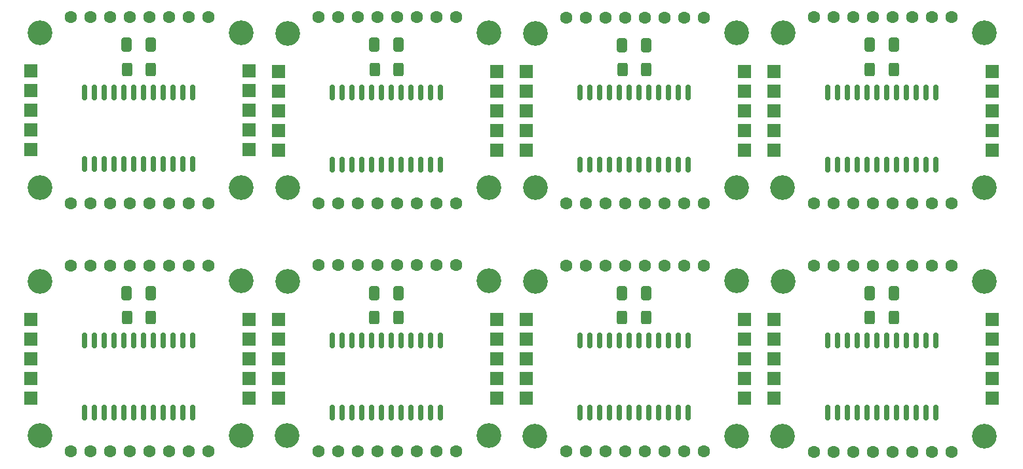
<source format=gbr>
%TF.GenerationSoftware,KiCad,Pcbnew,8.0.6*%
%TF.CreationDate,2024-11-17T13:24:28+02:00*%
%TF.ProjectId,1088as,31303838-6173-42e6-9b69-6361645f7063,rev?*%
%TF.SameCoordinates,PX4b9ebbdPY7add530*%
%TF.FileFunction,Soldermask,Top*%
%TF.FilePolarity,Negative*%
%FSLAX46Y46*%
G04 Gerber Fmt 4.6, Leading zero omitted, Abs format (unit mm)*
G04 Created by KiCad (PCBNEW 8.0.6) date 2024-11-17 13:24:28*
%MOMM*%
%LPD*%
G01*
G04 APERTURE LIST*
G04 Aperture macros list*
%AMRoundRect*
0 Rectangle with rounded corners*
0 $1 Rounding radius*
0 $2 $3 $4 $5 $6 $7 $8 $9 X,Y pos of 4 corners*
0 Add a 4 corners polygon primitive as box body*
4,1,4,$2,$3,$4,$5,$6,$7,$8,$9,$2,$3,0*
0 Add four circle primitives for the rounded corners*
1,1,$1+$1,$2,$3*
1,1,$1+$1,$4,$5*
1,1,$1+$1,$6,$7*
1,1,$1+$1,$8,$9*
0 Add four rect primitives between the rounded corners*
20,1,$1+$1,$2,$3,$4,$5,0*
20,1,$1+$1,$4,$5,$6,$7,0*
20,1,$1+$1,$6,$7,$8,$9,0*
20,1,$1+$1,$8,$9,$2,$3,0*%
G04 Aperture macros list end*
%ADD10RoundRect,0.250000X-0.400000X-0.625000X0.400000X-0.625000X0.400000X0.625000X-0.400000X0.625000X0*%
%ADD11C,1.600000*%
%ADD12C,3.200000*%
%ADD13RoundRect,0.250000X-0.412500X-0.650000X0.412500X-0.650000X0.412500X0.650000X-0.412500X0.650000X0*%
%ADD14RoundRect,0.150000X0.150000X-0.875000X0.150000X0.875000X-0.150000X0.875000X-0.150000X-0.875000X0*%
%ADD15R,1.700000X1.700000*%
G04 APERTURE END LIST*
D10*
%TO.C,R3*%
X46368639Y21423894D03*
X49468639Y21423894D03*
%TD*%
D11*
%TO.C,U9*%
X103123639Y36157403D03*
X105663639Y36157403D03*
X108203639Y36157403D03*
X110743639Y36157403D03*
X113283639Y36157403D03*
X115823639Y36157403D03*
X118363639Y36157403D03*
X120903639Y36157403D03*
X120903639Y60157403D03*
X118363639Y60157403D03*
X115823639Y60157403D03*
X113283639Y60157403D03*
X110743639Y60157403D03*
X108203639Y60157403D03*
X105663639Y60157403D03*
X103123639Y60157403D03*
%TD*%
D12*
%TO.C,H29*%
X3168939Y58123503D03*
%TD*%
%TO.C,H24*%
X67135939Y38150800D03*
%TD*%
%TO.C,H16*%
X3120989Y6150153D03*
%TD*%
D10*
%TO.C,R5*%
X110381639Y53440094D03*
X113481639Y53440094D03*
%TD*%
D12*
%TO.C,H32*%
X3127939Y38179553D03*
%TD*%
%TO.C,H7*%
X93117353Y6117191D03*
%TD*%
D13*
%TO.C,C3*%
X46335373Y24583284D03*
X49460373Y24583284D03*
%TD*%
D14*
%TO.C,U2*%
X104948166Y9113319D03*
X106218166Y9113319D03*
X107488166Y9113319D03*
X108758166Y9113319D03*
X110028166Y9113319D03*
X111298166Y9113319D03*
X112568166Y9113319D03*
X113838166Y9113319D03*
X115108166Y9113319D03*
X116378166Y9113319D03*
X117648166Y9113319D03*
X118918166Y9113319D03*
X118918166Y18413319D03*
X117648166Y18413319D03*
X116378166Y18413319D03*
X115108166Y18413319D03*
X113838166Y18413319D03*
X112568166Y18413319D03*
X111298166Y18413319D03*
X110028166Y18413319D03*
X108758166Y18413319D03*
X107488166Y18413319D03*
X106218166Y18413319D03*
X104948166Y18413319D03*
%TD*%
D11*
%TO.C,U5*%
X39110639Y4141203D03*
X41650639Y4141203D03*
X44190639Y4141203D03*
X46730639Y4141203D03*
X49270639Y4141203D03*
X51810639Y4141203D03*
X54350639Y4141203D03*
X56890639Y4141203D03*
X56890639Y28141203D03*
X54350639Y28141203D03*
X51810639Y28141203D03*
X49270639Y28141203D03*
X46730639Y28141203D03*
X44190639Y28141203D03*
X41650639Y28141203D03*
X39110639Y28141203D03*
%TD*%
D12*
%TO.C,H2*%
X125125166Y26107369D03*
%TD*%
D10*
%TO.C,R1*%
X110383166Y21377010D03*
X113483166Y21377010D03*
%TD*%
D12*
%TO.C,H14*%
X29120989Y26150153D03*
%TD*%
D14*
%TO.C,U14*%
X40954939Y41166078D03*
X42224939Y41166078D03*
X43494939Y41166078D03*
X44764939Y41166078D03*
X46034939Y41166078D03*
X47304939Y41166078D03*
X48574939Y41166078D03*
X49844939Y41166078D03*
X51114939Y41166078D03*
X52384939Y41166078D03*
X53654939Y41166078D03*
X54924939Y41166078D03*
X54924939Y50466078D03*
X53654939Y50466078D03*
X52384939Y50466078D03*
X51114939Y50466078D03*
X49844939Y50466078D03*
X48574939Y50466078D03*
X47304939Y50466078D03*
X46034939Y50466078D03*
X44764939Y50466078D03*
X43494939Y50466078D03*
X42224939Y50466078D03*
X40954939Y50466078D03*
%TD*%
D12*
%TO.C,H18*%
X125123639Y58170453D03*
%TD*%
D14*
%TO.C,U10*%
X104946639Y41176403D03*
X106216639Y41176403D03*
X107486639Y41176403D03*
X108756639Y41176403D03*
X110026639Y41176403D03*
X111296639Y41176403D03*
X112566639Y41176403D03*
X113836639Y41176403D03*
X115106639Y41176403D03*
X116376639Y41176403D03*
X117646639Y41176403D03*
X118916639Y41176403D03*
X118916639Y50476403D03*
X117646639Y50476403D03*
X116376639Y50476403D03*
X115106639Y50476403D03*
X113836639Y50476403D03*
X112566639Y50476403D03*
X111296639Y50476403D03*
X110026639Y50476403D03*
X108756639Y50476403D03*
X107486639Y50476403D03*
X106216639Y50476403D03*
X104946639Y50476403D03*
%TD*%
%TO.C,U12*%
X72958939Y41156750D03*
X74228939Y41156750D03*
X75498939Y41156750D03*
X76768939Y41156750D03*
X78038939Y41156750D03*
X79308939Y41156750D03*
X80578939Y41156750D03*
X81848939Y41156750D03*
X83118939Y41156750D03*
X84388939Y41156750D03*
X85658939Y41156750D03*
X86928939Y41156750D03*
X86928939Y50456750D03*
X85658939Y50456750D03*
X84388939Y50456750D03*
X83118939Y50456750D03*
X81848939Y50456750D03*
X80578939Y50456750D03*
X79308939Y50456750D03*
X78038939Y50456750D03*
X76768939Y50456750D03*
X75498939Y50456750D03*
X74228939Y50456750D03*
X72958939Y50456750D03*
%TD*%
D13*
%TO.C,C6*%
X78360673Y56579831D03*
X81485673Y56579831D03*
%TD*%
D12*
%TO.C,H19*%
X125123639Y38170454D03*
%TD*%
D13*
%TO.C,C5*%
X110348373Y56599484D03*
X113473373Y56599484D03*
%TD*%
D14*
%TO.C,U16*%
X8950939Y41185503D03*
X10220939Y41185503D03*
X11490939Y41185503D03*
X12760939Y41185503D03*
X14030939Y41185503D03*
X15300939Y41185503D03*
X16570939Y41185503D03*
X17840939Y41185503D03*
X19110939Y41185503D03*
X20380939Y41185503D03*
X21650939Y41185503D03*
X22920939Y41185503D03*
X22920939Y50485503D03*
X21650939Y50485503D03*
X20380939Y50485503D03*
X19110939Y50485503D03*
X17840939Y50485503D03*
X16570939Y50485503D03*
X15300939Y50485503D03*
X14030939Y50485503D03*
X12760939Y50485503D03*
X11490939Y50485503D03*
X10220939Y50485503D03*
X8950939Y50485503D03*
%TD*%
D10*
%TO.C,R6*%
X78393939Y53420441D03*
X81493939Y53420441D03*
%TD*%
D12*
%TO.C,H30*%
X29127939Y58179553D03*
%TD*%
%TO.C,H15*%
X29120989Y6150154D03*
%TD*%
%TO.C,H12*%
X35110639Y6154253D03*
%TD*%
D10*
%TO.C,R2*%
X78375353Y21386831D03*
X81475353Y21386831D03*
%TD*%
D12*
%TO.C,H13*%
X3161989Y26094103D03*
%TD*%
%TO.C,H27*%
X61131939Y38160129D03*
%TD*%
D10*
%TO.C,R8*%
X14385939Y53449194D03*
X17485939Y53449194D03*
%TD*%
D11*
%TO.C,U7*%
X7120989Y4137103D03*
X9660989Y4137103D03*
X12200989Y4137103D03*
X14740989Y4137103D03*
X17280989Y4137103D03*
X19820989Y4137103D03*
X22360989Y4137103D03*
X24900989Y4137103D03*
X24900989Y28137103D03*
X22360989Y28137103D03*
X19820989Y28137103D03*
X17280989Y28137103D03*
X14740989Y28137103D03*
X12200989Y28137103D03*
X9660989Y28137103D03*
X7120989Y28137103D03*
%TD*%
D13*
%TO.C,C8*%
X14352673Y56608584D03*
X17477673Y56608584D03*
%TD*%
D10*
%TO.C,R7*%
X46389939Y53429769D03*
X49489939Y53429769D03*
%TD*%
D11*
%TO.C,U15*%
X7127939Y36166503D03*
X9667939Y36166503D03*
X12207939Y36166503D03*
X14747939Y36166503D03*
X17287939Y36166503D03*
X19827939Y36166503D03*
X22367939Y36166503D03*
X24907939Y36166503D03*
X24907939Y60166503D03*
X22367939Y60166503D03*
X19827939Y60166503D03*
X17287939Y60166503D03*
X14747939Y60166503D03*
X12207939Y60166503D03*
X9667939Y60166503D03*
X7127939Y60166503D03*
%TD*%
D12*
%TO.C,H1*%
X99166166Y26051319D03*
%TD*%
D11*
%TO.C,U3*%
X71117353Y4104140D03*
X73657353Y4104140D03*
X76197353Y4104140D03*
X78737353Y4104140D03*
X81277353Y4104140D03*
X83817353Y4104140D03*
X86357353Y4104140D03*
X88897353Y4104140D03*
X88897353Y28104140D03*
X86357353Y28104140D03*
X83817353Y28104140D03*
X81277353Y28104140D03*
X78737353Y28104140D03*
X76197353Y28104140D03*
X73657353Y28104140D03*
X71117353Y28104140D03*
%TD*%
D12*
%TO.C,H31*%
X29127939Y38179554D03*
%TD*%
%TO.C,H20*%
X99123639Y38170453D03*
%TD*%
%TO.C,H28*%
X35131939Y38160128D03*
%TD*%
D14*
%TO.C,U6*%
X40933639Y9160203D03*
X42203639Y9160203D03*
X43473639Y9160203D03*
X44743639Y9160203D03*
X46013639Y9160203D03*
X47283639Y9160203D03*
X48553639Y9160203D03*
X49823639Y9160203D03*
X51093639Y9160203D03*
X52363639Y9160203D03*
X53633639Y9160203D03*
X54903639Y9160203D03*
X54903639Y18460203D03*
X53633639Y18460203D03*
X52363639Y18460203D03*
X51093639Y18460203D03*
X49823639Y18460203D03*
X48553639Y18460203D03*
X47283639Y18460203D03*
X46013639Y18460203D03*
X44743639Y18460203D03*
X43473639Y18460203D03*
X42203639Y18460203D03*
X40933639Y18460203D03*
%TD*%
D12*
%TO.C,H25*%
X35172939Y58104078D03*
%TD*%
D13*
%TO.C,C1*%
X110349900Y24536400D03*
X113474900Y24536400D03*
%TD*%
D14*
%TO.C,U4*%
X72940353Y9123140D03*
X74210353Y9123140D03*
X75480353Y9123140D03*
X76750353Y9123140D03*
X78020353Y9123140D03*
X79290353Y9123140D03*
X80560353Y9123140D03*
X81830353Y9123140D03*
X83100353Y9123140D03*
X84370353Y9123140D03*
X85640353Y9123140D03*
X86910353Y9123140D03*
X86910353Y18423140D03*
X85640353Y18423140D03*
X84370353Y18423140D03*
X83100353Y18423140D03*
X81830353Y18423140D03*
X80560353Y18423140D03*
X79290353Y18423140D03*
X78020353Y18423140D03*
X76750353Y18423140D03*
X75480353Y18423140D03*
X74210353Y18423140D03*
X72940353Y18423140D03*
%TD*%
D13*
%TO.C,C7*%
X46356673Y56589159D03*
X49481673Y56589159D03*
%TD*%
D12*
%TO.C,H3*%
X125125166Y6107369D03*
%TD*%
%TO.C,H8*%
X67117353Y6117190D03*
%TD*%
%TO.C,H5*%
X67158353Y26061140D03*
%TD*%
D11*
%TO.C,U1*%
X103125166Y4094319D03*
X105665166Y4094319D03*
X108205166Y4094319D03*
X110745166Y4094319D03*
X113285166Y4094319D03*
X115825166Y4094319D03*
X118365166Y4094319D03*
X120905166Y4094319D03*
X120905166Y28094319D03*
X118365166Y28094319D03*
X115825166Y28094319D03*
X113285166Y28094319D03*
X110745166Y28094319D03*
X108205166Y28094319D03*
X105665166Y28094319D03*
X103125166Y28094319D03*
%TD*%
D12*
%TO.C,H9*%
X35151639Y26098203D03*
%TD*%
%TO.C,H10*%
X61110639Y26154253D03*
%TD*%
%TO.C,H22*%
X93135939Y58150800D03*
%TD*%
%TO.C,H26*%
X61131939Y58160128D03*
%TD*%
%TO.C,H17*%
X99164639Y58114403D03*
%TD*%
%TO.C,H23*%
X93135939Y38150801D03*
%TD*%
D14*
%TO.C,U8*%
X8943989Y9156103D03*
X10213989Y9156103D03*
X11483989Y9156103D03*
X12753989Y9156103D03*
X14023989Y9156103D03*
X15293989Y9156103D03*
X16563989Y9156103D03*
X17833989Y9156103D03*
X19103989Y9156103D03*
X20373989Y9156103D03*
X21643989Y9156103D03*
X22913989Y9156103D03*
X22913989Y18456103D03*
X21643989Y18456103D03*
X20373989Y18456103D03*
X19103989Y18456103D03*
X17833989Y18456103D03*
X16563989Y18456103D03*
X15293989Y18456103D03*
X14023989Y18456103D03*
X12753989Y18456103D03*
X11483989Y18456103D03*
X10213989Y18456103D03*
X8943989Y18456103D03*
%TD*%
D11*
%TO.C,U11*%
X71135939Y36137750D03*
X73675939Y36137750D03*
X76215939Y36137750D03*
X78755939Y36137750D03*
X81295939Y36137750D03*
X83835939Y36137750D03*
X86375939Y36137750D03*
X88915939Y36137750D03*
X88915939Y60137750D03*
X86375939Y60137750D03*
X83835939Y60137750D03*
X81295939Y60137750D03*
X78755939Y60137750D03*
X76215939Y60137750D03*
X73675939Y60137750D03*
X71135939Y60137750D03*
%TD*%
D12*
%TO.C,H6*%
X93117353Y26117190D03*
%TD*%
%TO.C,H21*%
X67176939Y58094750D03*
%TD*%
D13*
%TO.C,C2*%
X78342087Y24546221D03*
X81467087Y24546221D03*
%TD*%
D12*
%TO.C,H11*%
X61110639Y6154254D03*
%TD*%
D13*
%TO.C,C4*%
X14345723Y24579184D03*
X17470723Y24579184D03*
%TD*%
D11*
%TO.C,U13*%
X39131939Y36147078D03*
X41671939Y36147078D03*
X44211939Y36147078D03*
X46751939Y36147078D03*
X49291939Y36147078D03*
X51831939Y36147078D03*
X54371939Y36147078D03*
X56911939Y36147078D03*
X56911939Y60147078D03*
X54371939Y60147078D03*
X51831939Y60147078D03*
X49291939Y60147078D03*
X46751939Y60147078D03*
X44211939Y60147078D03*
X41671939Y60147078D03*
X39131939Y60147078D03*
%TD*%
D10*
%TO.C,R4*%
X14378989Y21419794D03*
X17478989Y21419794D03*
%TD*%
D12*
%TO.C,H4*%
X99125166Y6107369D03*
%TD*%
D15*
%TO.C,J21*%
X33978673Y13559684D03*
%TD*%
%TO.C,J19*%
X94179387Y21142621D03*
%TD*%
%TO.C,J76*%
X1995973Y43044984D03*
%TD*%
%TO.C,J53*%
X66003973Y50636230D03*
%TD*%
%TO.C,J16*%
X65985387Y10982621D03*
%TD*%
%TO.C,J13*%
X65985387Y18602620D03*
%TD*%
%TO.C,J2*%
X126187200Y13512800D03*
%TD*%
%TO.C,J52*%
X94197973Y45556232D03*
%TD*%
%TO.C,J17*%
X65985387Y21142620D03*
%TD*%
%TO.C,J68*%
X62193973Y43025560D03*
%TD*%
%TO.C,J77*%
X1995973Y53204983D03*
%TD*%
%TO.C,J41*%
X97991673Y45575884D03*
%TD*%
%TO.C,J73*%
X1995973Y50664983D03*
%TD*%
%TO.C,J65*%
X62193973Y48105559D03*
%TD*%
%TO.C,J14*%
X65985387Y16062620D03*
%TD*%
%TO.C,J24*%
X33978673Y16099683D03*
%TD*%
%TO.C,J20*%
X94179387Y18602621D03*
%TD*%
%TO.C,J45*%
X126185673Y48115884D03*
%TD*%
%TO.C,J67*%
X33999973Y53185558D03*
%TD*%
%TO.C,J23*%
X33978673Y18639683D03*
%TD*%
%TO.C,J25*%
X62172673Y16099684D03*
%TD*%
%TO.C,J48*%
X126185673Y43035885D03*
%TD*%
%TO.C,J22*%
X62172673Y13559685D03*
%TD*%
%TO.C,J7*%
X97993200Y21132800D03*
%TD*%
%TO.C,J66*%
X33999973Y43025559D03*
%TD*%
%TO.C,J30*%
X62172673Y18639684D03*
%TD*%
%TO.C,J31*%
X1989023Y13555584D03*
%TD*%
%TO.C,J46*%
X97991673Y43035884D03*
%TD*%
%TO.C,J34*%
X1989023Y16095583D03*
%TD*%
%TO.C,J47*%
X97991673Y53195883D03*
%TD*%
%TO.C,J79*%
X30189973Y53204984D03*
%TD*%
%TO.C,J40*%
X30183023Y18635584D03*
%TD*%
%TO.C,J64*%
X33999973Y48105558D03*
%TD*%
%TO.C,J43*%
X97991673Y50655883D03*
%TD*%
%TO.C,J69*%
X62193973Y53185559D03*
%TD*%
%TO.C,J6*%
X97993200Y10972800D03*
%TD*%
%TO.C,J35*%
X30183023Y16095584D03*
%TD*%
%TO.C,J44*%
X97991673Y48115883D03*
%TD*%
%TO.C,J58*%
X94197973Y43016232D03*
%TD*%
%TO.C,J32*%
X30183023Y13555585D03*
%TD*%
%TO.C,J61*%
X33999973Y45565559D03*
%TD*%
%TO.C,J3*%
X97993200Y18592800D03*
%TD*%
%TO.C,J75*%
X30189973Y48124984D03*
%TD*%
%TO.C,J63*%
X33999973Y50645558D03*
%TD*%
%TO.C,J39*%
X30183023Y21175584D03*
%TD*%
%TO.C,J49*%
X126185673Y53195884D03*
%TD*%
%TO.C,J38*%
X30183023Y11015585D03*
%TD*%
%TO.C,J54*%
X66003973Y48096230D03*
%TD*%
%TO.C,J15*%
X94179387Y16062621D03*
%TD*%
%TO.C,J29*%
X62172673Y21179684D03*
%TD*%
%TO.C,J42*%
X126185673Y45575885D03*
%TD*%
%TO.C,J55*%
X94197973Y48096231D03*
%TD*%
%TO.C,J33*%
X1989023Y18635583D03*
%TD*%
%TO.C,J59*%
X94197973Y53176231D03*
%TD*%
%TO.C,J28*%
X62172673Y11019685D03*
%TD*%
%TO.C,J12*%
X94179387Y13522622D03*
%TD*%
%TO.C,J56*%
X66003973Y43016231D03*
%TD*%
%TO.C,J78*%
X30189973Y43044985D03*
%TD*%
%TO.C,J70*%
X62193973Y50645559D03*
%TD*%
%TO.C,J72*%
X30189973Y45584985D03*
%TD*%
%TO.C,J62*%
X62193973Y45565560D03*
%TD*%
%TO.C,J36*%
X1989023Y11015584D03*
%TD*%
%TO.C,J10*%
X126187200Y18592800D03*
%TD*%
%TO.C,J50*%
X126185673Y50655884D03*
%TD*%
%TO.C,J1*%
X97993200Y13512800D03*
%TD*%
%TO.C,J9*%
X126187200Y21132800D03*
%TD*%
%TO.C,J11*%
X65985387Y13522621D03*
%TD*%
%TO.C,J51*%
X66003973Y45556231D03*
%TD*%
%TO.C,J37*%
X1989023Y21175583D03*
%TD*%
%TO.C,J8*%
X126187200Y10972800D03*
%TD*%
%TO.C,J18*%
X94179387Y10982622D03*
%TD*%
%TO.C,J80*%
X30189973Y50664984D03*
%TD*%
%TO.C,J27*%
X33978673Y21179683D03*
%TD*%
%TO.C,J74*%
X1995973Y48124983D03*
%TD*%
%TO.C,J26*%
X33978673Y11019684D03*
%TD*%
%TO.C,J60*%
X94197973Y50636231D03*
%TD*%
%TO.C,J57*%
X66003973Y53176230D03*
%TD*%
%TO.C,J71*%
X1995973Y45584984D03*
%TD*%
%TO.C,J5*%
X126187200Y16052800D03*
%TD*%
%TO.C,J4*%
X97993200Y16052800D03*
%TD*%
M02*

</source>
